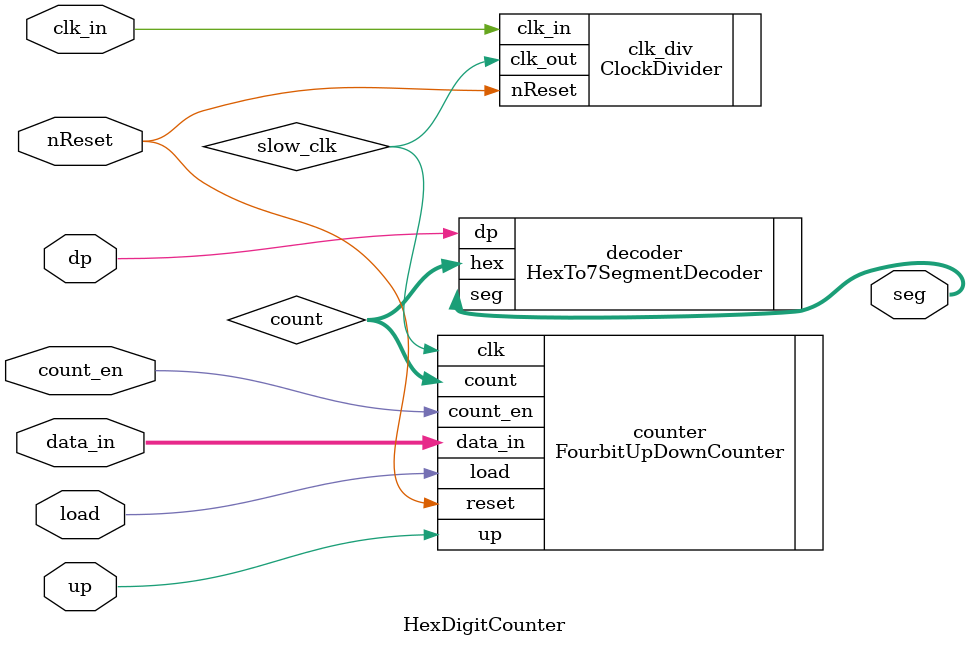
<source format=v>

module HexDigitCounter (
    input wire clk_in,       // 50 MHz FPGA clock
    input wire nReset,       // Active-low reset
    input wire load,         // Load enable for counter
    input wire count_en,     // Count enable
    input wire up,           // Direction: 1 = up, 0 = down
    input wire [3:0] data_in,// Parallel load data
    input wire dp,           // Decimal point control
    output wire [7:0] seg   // 7-segment output (active low)
);

    wire slow_clk;           // Output from clock divider
    wire [3:0] count;        // Output from counter

    // Instantiate Clock Divider
    ClockDivider #(.DIV_FACTOR(25_000_000)) clk_div (
        .clk_in(clk_in),
        .nReset(nReset),
        .clk_out(slow_clk)
    );

    // Instantiate 4-bit Up/Down Counter
    FourbitUpDownCounter counter (
        .clk(slow_clk),
        .reset(nReset),
        .load(load),
        .count_en(count_en),
        .up(up),
        .data_in(data_in),
        .count(count)
    );

    // Instantiate Hex-to-7-Segment Decoder
    HexTo7SegmentDecoder decoder (
        .hex(count),
        .dp(dp),
        .seg(seg)
    );

endmodule
</source>
